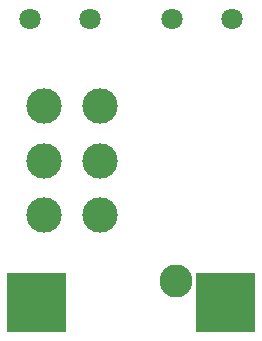
<source format=gbs>
G04 (created by PCBNEW (2013-07-07 BZR 4022)-stable) date 2015/08/15 16:03:12*
%MOIN*%
G04 Gerber Fmt 3.4, Leading zero omitted, Abs format*
%FSLAX34Y34*%
G01*
G70*
G90*
G04 APERTURE LIST*
%ADD10C,0.00590551*%
%ADD11C,0.11811*%
%ADD12C,0.110236*%
%ADD13C,0.0708661*%
G04 APERTURE END LIST*
G54D10*
G54D11*
X117165Y-80551D03*
X117165Y-78740D03*
X117165Y-76929D03*
X119055Y-80551D03*
X119055Y-78740D03*
X119055Y-76929D03*
G54D10*
G36*
X122244Y-84448D02*
X122244Y-82480D01*
X124212Y-82480D01*
X124212Y-84448D01*
X122244Y-84448D01*
X122244Y-84448D01*
G37*
G36*
X115944Y-84448D02*
X115944Y-82480D01*
X117913Y-82480D01*
X117913Y-84448D01*
X115944Y-84448D01*
X115944Y-84448D01*
G37*
G54D12*
X121574Y-82755D03*
G54D13*
X118716Y-74015D03*
X116716Y-74015D03*
X123440Y-74015D03*
X121440Y-74015D03*
M02*

</source>
